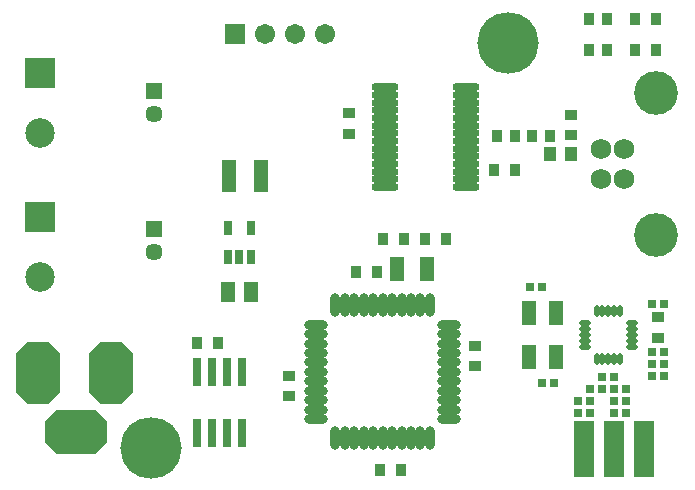
<source format=gts>
%FSLAX25Y25*%
%MOIN*%
G70*
G01*
G75*
G04 Layer_Color=8388736*
%ADD10R,0.02362X0.08661*%
%ADD11R,0.02362X0.08661*%
%ADD12R,0.02362X0.02362*%
%ADD13R,0.03543X0.02953*%
%ADD14R,0.02953X0.03543*%
%ADD15O,0.02165X0.06890*%
%ADD16O,0.06890X0.02165*%
%ADD17R,0.04134X0.05906*%
%ADD18R,0.02362X0.04134*%
%ADD19R,0.03937X0.09843*%
%ADD20O,0.08268X0.01772*%
%ADD21R,0.02756X0.03543*%
%ADD22R,0.03150X0.03740*%
%ADD23R,0.04331X0.07480*%
%ADD24O,0.03150X0.01181*%
%ADD25O,0.01181X0.03150*%
%ADD26R,0.05906X0.17716*%
%ADD27R,0.04331X0.07480*%
%ADD28C,0.01200*%
%ADD29C,0.01000*%
%ADD30C,0.02000*%
%ADD31C,0.19685*%
%ADD32C,0.04921*%
%ADD33R,0.04921X0.04921*%
%ADD34R,0.09055X0.09055*%
%ADD35C,0.09055*%
G04:AMPARAMS|DCode=36|XSize=196.85mil|YSize=137.8mil|CornerRadius=0mil|HoleSize=0mil|Usage=FLASHONLY|Rotation=270.000|XOffset=0mil|YOffset=0mil|HoleType=Round|Shape=Octagon|*
%AMOCTAGOND36*
4,1,8,-0.03445,-0.09843,0.03445,-0.09843,0.06890,-0.06398,0.06890,0.06398,0.03445,0.09843,-0.03445,0.09843,-0.06890,0.06398,-0.06890,-0.06398,-0.03445,-0.09843,0.0*
%
%ADD36OCTAGOND36*%

G04:AMPARAMS|DCode=37|XSize=196.85mil|YSize=137.8mil|CornerRadius=0mil|HoleSize=0mil|Usage=FLASHONLY|Rotation=0.000|XOffset=0mil|YOffset=0mil|HoleType=Round|Shape=Octagon|*
%AMOCTAGOND37*
4,1,8,0.09843,-0.03445,0.09843,0.03445,0.06398,0.06890,-0.06398,0.06890,-0.09843,0.03445,-0.09843,-0.03445,-0.06398,-0.06890,0.06398,-0.06890,0.09843,-0.03445,0.0*
%
%ADD37OCTAGOND37*%

%ADD38R,0.05906X0.05906*%
%ADD39C,0.05906*%
%ADD40C,0.06000*%
%ADD41C,0.13780*%
%ADD42C,0.02400*%
%ADD43C,0.00984*%
%ADD44C,0.00787*%
%ADD45C,0.02362*%
%ADD46C,0.00800*%
%ADD47C,0.00700*%
%ADD48C,0.00500*%
%ADD49C,0.00492*%
%ADD50C,0.00591*%
%ADD51R,0.03162X0.09461*%
%ADD52R,0.03162X0.09461*%
%ADD53R,0.03162X0.03162*%
%ADD54R,0.04343X0.03753*%
%ADD55R,0.03753X0.04343*%
%ADD56O,0.03165X0.07890*%
%ADD57O,0.07890X0.03165*%
%ADD58R,0.04934X0.06706*%
%ADD59R,0.03162X0.04934*%
%ADD60R,0.04737X0.10642*%
%ADD61O,0.09068X0.02572*%
%ADD62R,0.03556X0.04343*%
%ADD63R,0.03950X0.04540*%
%ADD64R,0.05131X0.08280*%
%ADD65O,0.03950X0.01981*%
%ADD66O,0.01981X0.03950*%
%ADD67R,0.06706X0.18517*%
%ADD68R,0.05131X0.08280*%
%ADD69C,0.20485*%
%ADD70C,0.05721*%
%ADD71R,0.05721X0.05721*%
%ADD72R,0.09855X0.09855*%
%ADD73C,0.09855*%
G04:AMPARAMS|DCode=74|XSize=204.85mil|YSize=145.79mil|CornerRadius=0mil|HoleSize=0mil|Usage=FLASHONLY|Rotation=270.000|XOffset=0mil|YOffset=0mil|HoleType=Round|Shape=Octagon|*
%AMOCTAGOND74*
4,1,8,-0.03645,-0.10243,0.03645,-0.10243,0.07290,-0.06598,0.07290,0.06598,0.03645,0.10243,-0.03645,0.10243,-0.07290,0.06598,-0.07290,-0.06598,-0.03645,-0.10243,0.0*
%
%ADD74OCTAGOND74*%

G04:AMPARAMS|DCode=75|XSize=204.85mil|YSize=145.79mil|CornerRadius=0mil|HoleSize=0mil|Usage=FLASHONLY|Rotation=0.000|XOffset=0mil|YOffset=0mil|HoleType=Round|Shape=Octagon|*
%AMOCTAGOND75*
4,1,8,0.10243,-0.03645,0.10243,0.03645,0.06598,0.07290,-0.06598,0.07290,-0.10243,0.03645,-0.10243,-0.03645,-0.06598,-0.07290,0.06598,-0.07290,0.10243,-0.03645,0.0*
%
%ADD75OCTAGOND75*%

%ADD76R,0.06706X0.06706*%
%ADD77C,0.06706*%
%ADD78C,0.06800*%
%ADD79C,0.14579*%
D51*
X498500Y749236D02*
D03*
X503500D02*
D03*
X508500D02*
D03*
X498500Y728764D02*
D03*
X503500D02*
D03*
X508500D02*
D03*
X493500Y749236D02*
D03*
D52*
Y728764D02*
D03*
D53*
X620532Y735500D02*
D03*
X624469D02*
D03*
X620532Y739500D02*
D03*
X624469D02*
D03*
X628469Y743500D02*
D03*
X624532D02*
D03*
X628532Y747500D02*
D03*
X632469D02*
D03*
X636469Y735500D02*
D03*
X632531D02*
D03*
Y743500D02*
D03*
X636469D02*
D03*
X632531Y739500D02*
D03*
X636469D02*
D03*
X648969Y756000D02*
D03*
X645031D02*
D03*
X648969Y752000D02*
D03*
X645031D02*
D03*
Y748000D02*
D03*
X648969D02*
D03*
Y772000D02*
D03*
X645031D02*
D03*
X604531Y777500D02*
D03*
X608468D02*
D03*
X612468Y745500D02*
D03*
X608532D02*
D03*
D54*
X647000Y760555D02*
D03*
Y767445D02*
D03*
X524000Y747945D02*
D03*
Y741055D02*
D03*
X544000Y828555D02*
D03*
Y835445D02*
D03*
X618000Y828055D02*
D03*
Y834945D02*
D03*
X586000Y751055D02*
D03*
Y757945D02*
D03*
D55*
X639555Y867000D02*
D03*
X646445D02*
D03*
X639555Y856500D02*
D03*
X646445D02*
D03*
X500445Y759000D02*
D03*
X493555D02*
D03*
X599445Y816500D02*
D03*
X592555D02*
D03*
X554555Y716500D02*
D03*
X561445D02*
D03*
X569555Y793500D02*
D03*
X576445D02*
D03*
X562445D02*
D03*
X555555D02*
D03*
X546555Y782500D02*
D03*
X553445D02*
D03*
D56*
X539524Y771374D02*
D03*
X542673D02*
D03*
X545823D02*
D03*
X548972D02*
D03*
X552122D02*
D03*
X555272D02*
D03*
X558421D02*
D03*
X561571D02*
D03*
X564720D02*
D03*
X567870D02*
D03*
X571020D02*
D03*
Y727083D02*
D03*
X567870D02*
D03*
X564720D02*
D03*
X561571D02*
D03*
X558421D02*
D03*
X555272D02*
D03*
X552122D02*
D03*
X548972D02*
D03*
X545823D02*
D03*
X542673D02*
D03*
X539524D02*
D03*
D57*
X577417Y764976D02*
D03*
Y761827D02*
D03*
Y758677D02*
D03*
Y755528D02*
D03*
Y752378D02*
D03*
Y749228D02*
D03*
Y746079D02*
D03*
Y742929D02*
D03*
Y739780D02*
D03*
Y736630D02*
D03*
Y733480D02*
D03*
X533126D02*
D03*
Y736630D02*
D03*
Y739780D02*
D03*
Y742929D02*
D03*
Y746079D02*
D03*
Y749228D02*
D03*
Y752378D02*
D03*
Y755528D02*
D03*
Y758677D02*
D03*
Y761827D02*
D03*
Y764976D02*
D03*
D58*
X503661Y776000D02*
D03*
X511339D02*
D03*
D59*
X503760Y787677D02*
D03*
X507500D02*
D03*
X511240D02*
D03*
Y797323D02*
D03*
X503760D02*
D03*
D60*
X504185Y814500D02*
D03*
X514815D02*
D03*
D61*
X555917Y844134D02*
D03*
Y841575D02*
D03*
Y839016D02*
D03*
Y836457D02*
D03*
Y833898D02*
D03*
Y831339D02*
D03*
Y828780D02*
D03*
Y826221D02*
D03*
Y823661D02*
D03*
Y821102D02*
D03*
Y818543D02*
D03*
Y815984D02*
D03*
Y813425D02*
D03*
Y810866D02*
D03*
X583083Y844134D02*
D03*
Y841575D02*
D03*
Y839016D02*
D03*
Y836457D02*
D03*
Y833898D02*
D03*
Y831339D02*
D03*
Y828780D02*
D03*
Y826221D02*
D03*
Y823661D02*
D03*
Y821102D02*
D03*
Y818543D02*
D03*
Y815984D02*
D03*
Y813425D02*
D03*
Y810866D02*
D03*
D62*
X599453Y828000D02*
D03*
X593547D02*
D03*
X610953D02*
D03*
X605047D02*
D03*
X629953Y856500D02*
D03*
X624047D02*
D03*
X629953Y867000D02*
D03*
X624047D02*
D03*
D63*
X610957Y822000D02*
D03*
X618043D02*
D03*
D64*
X613028Y754216D02*
D03*
Y768784D02*
D03*
X603972D02*
D03*
Y754216D02*
D03*
D65*
X638374Y765437D02*
D03*
Y763469D02*
D03*
Y761500D02*
D03*
Y759531D02*
D03*
Y757563D02*
D03*
X622626D02*
D03*
Y759531D02*
D03*
Y761500D02*
D03*
Y763469D02*
D03*
Y765437D02*
D03*
D66*
X634437Y753626D02*
D03*
X632469D02*
D03*
X630500D02*
D03*
X628532D02*
D03*
X626563D02*
D03*
Y769374D02*
D03*
X628532D02*
D03*
X630500D02*
D03*
X632469D02*
D03*
X634437D02*
D03*
D67*
X632500Y723500D02*
D03*
X642500D02*
D03*
X622500D02*
D03*
D68*
X560079Y783500D02*
D03*
X569921D02*
D03*
D69*
X478000Y724000D02*
D03*
X597000Y859000D02*
D03*
D70*
X479000Y835063D02*
D03*
Y789063D02*
D03*
D71*
Y842937D02*
D03*
Y796937D02*
D03*
D72*
X441000Y849000D02*
D03*
Y801000D02*
D03*
D73*
Y829000D02*
D03*
Y781000D02*
D03*
D74*
X464740Y749000D02*
D03*
X440528D02*
D03*
D75*
X452929Y729315D02*
D03*
D76*
X506000Y862000D02*
D03*
D77*
X516000D02*
D03*
X526000D02*
D03*
X536000D02*
D03*
D78*
X627957Y813579D02*
D03*
X635831Y823421D02*
D03*
X627957D02*
D03*
X635831Y813579D02*
D03*
D79*
X646500Y794799D02*
D03*
Y842201D02*
D03*
M02*

</source>
